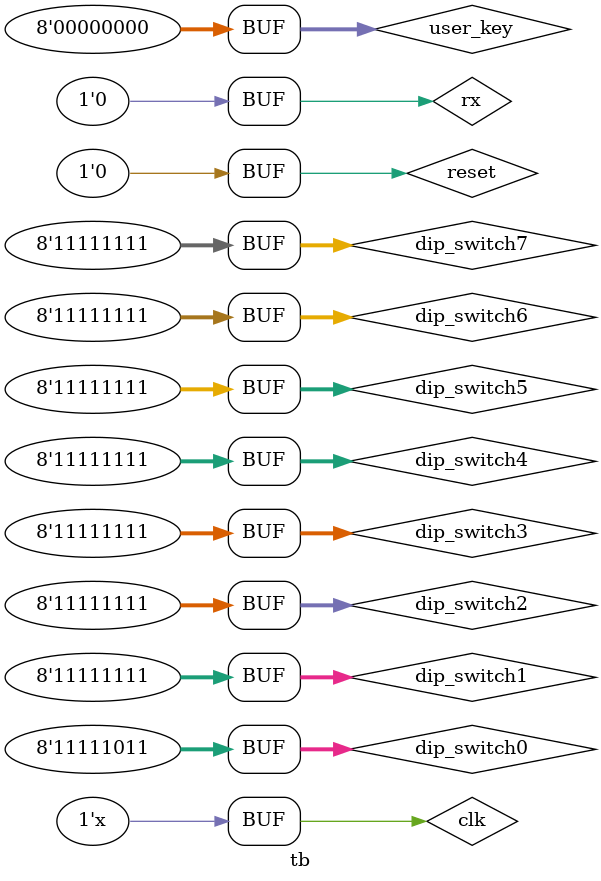
<source format=v>
`timescale 1ns / 1ps


module tb;

	// Inputs
	reg clk;
	reg reset;
	reg rx;
	reg [7:0] dip_switch0;
	reg [7:0] dip_switch1;
	reg [7:0] dip_switch2;
	reg [7:0] dip_switch3;
	reg [7:0] dip_switch4;
	reg [7:0] dip_switch5;
	reg [7:0] dip_switch6;
	reg [7:0] dip_switch7;
	reg [7:0] user_key;

	// Outputs
	wire tx;
	wire [31:0] led_light;
	wire [7:0] digital_tube0;
	wire [7:0] digital_tube1;
	wire [7:0] digital_tube2;
	wire [3:0] sel0;
	wire [3:0] sel1;
	wire sel2;

	// Instantiate the Unit Under Test (UUT)
	mips uut (
		.clk_in(clk), 
		.reset(reset), 
		.rx(tx), 
		.tx(tx), 
		.dip_switch0(dip_switch0), 
		.dip_switch1(dip_switch1), 
		.dip_switch2(dip_switch2), 
		.dip_switch3(dip_switch3), 
		.dip_switch4(dip_switch4), 
		.dip_switch5(dip_switch5), 
		.dip_switch6(dip_switch6), 
		.dip_switch7(dip_switch7), 
		.user_key(user_key), 
		.led_light(led_light), 
		.digital_tube0(digital_tube0), 
		.digital_tube1(digital_tube1), 
		.digital_tube2(digital_tube2), 
		.sel0(sel0), 
		.sel1(sel1), 
		.sel2(sel2)
	);

	initial begin
		// Initialize Inputs
		clk = 0;
		reset = 1;
		rx = 0;
		dip_switch0 = 8'hff;
		dip_switch1 = 8'hff;
		dip_switch2 = 8'hff;
		dip_switch3 = 8'hff;
		dip_switch4 = 8'hff;
		dip_switch5 = 8'hff;
		dip_switch6 = 8'hff;
		dip_switch7 = 8'hff;
		user_key = 0;

		// Wait 100 ns for global reset to finish
			#600 reset=0;
		dip_switch0 = ~(8'h04);
		
		
			
	end
	
	always #20 clk=~clk;
      
endmodule


</source>
